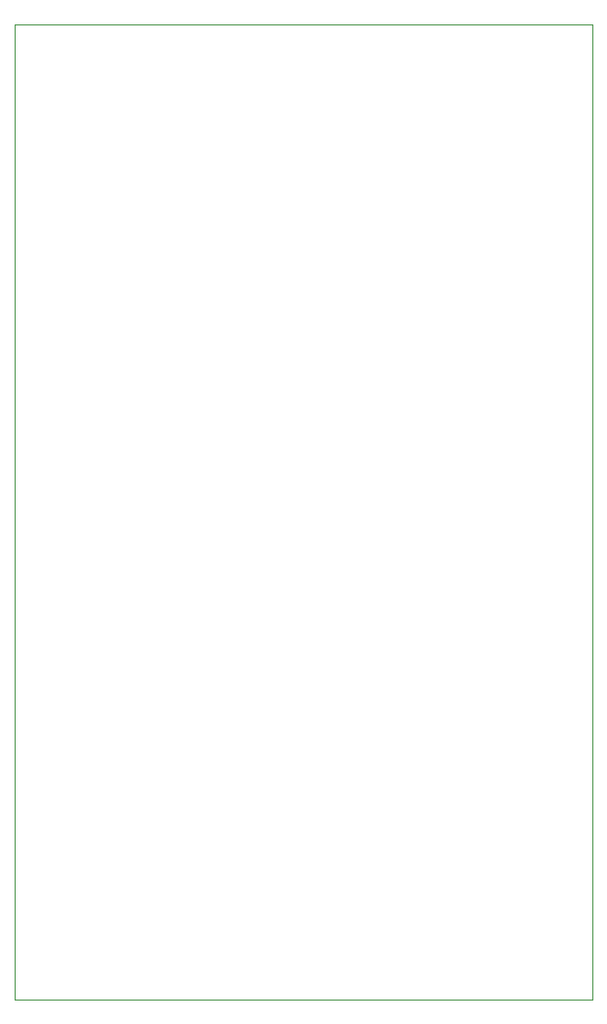
<source format=gbr>
%TF.GenerationSoftware,Altium Limited,Altium Designer,22.9.1 (49)*%
G04 Layer_Color=0*
%FSLAX45Y45*%
%MOMM*%
%TF.SameCoordinates,4BB515F2-1930-42CC-84AD-66DDC1B42358*%
%TF.FilePolarity,Positive*%
%TF.FileFunction,Profile,NP*%
%TF.Part,Single*%
G01*
G75*
%TA.AperFunction,Profile*%
%ADD38C,0.02540*%
D38*
X2710557Y12446000D02*
X7721600D01*
Y4000500D01*
X2710557D01*
Y12446000D01*
%TF.MD5,d7e4f74fb0b5fc8d65297795156e1719*%
M02*

</source>
